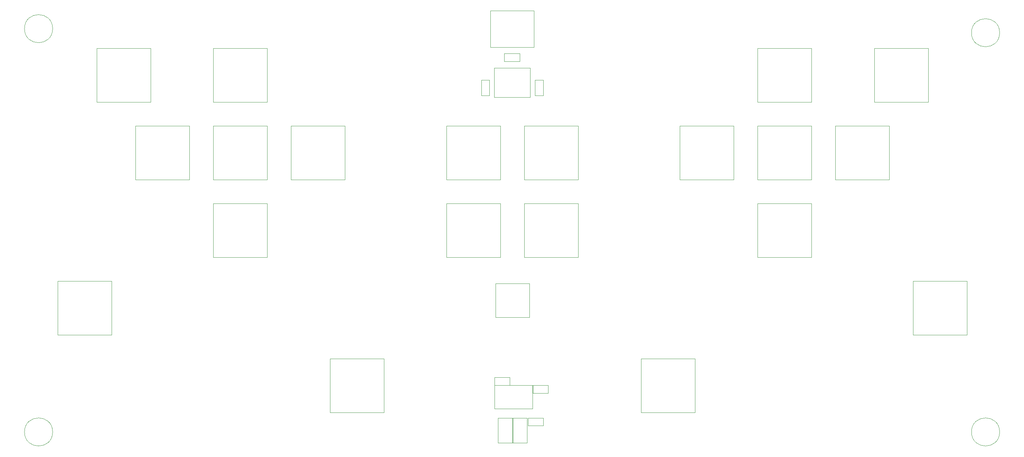
<source format=gbr>
%TF.GenerationSoftware,KiCad,Pcbnew,7.0.7*%
%TF.CreationDate,2023-10-04T19:00:40+09:00*%
%TF.ProjectId,Sixtar-Switch,53697874-6172-42d5-9377-697463682e6b,rev?*%
%TF.SameCoordinates,Original*%
%TF.FileFunction,Other,User*%
%FSLAX46Y46*%
G04 Gerber Fmt 4.6, Leading zero omitted, Abs format (unit mm)*
G04 Created by KiCad (PCBNEW 7.0.7) date 2023-10-04 19:00:40*
%MOMM*%
%LPD*%
G01*
G04 APERTURE LIST*
%ADD10C,0.050000*%
G04 APERTURE END LIST*
D10*
%TO.C,H4*%
X257450000Y-121000000D02*
G75*
G03*
X257450000Y-121000000I-3450000J0D01*
G01*
%TO.C,H3*%
X25450000Y-121000000D02*
G75*
G03*
X25450000Y-121000000I-3450000J0D01*
G01*
%TO.C,H2*%
X257450000Y-23000000D02*
G75*
G03*
X257450000Y-23000000I-3450000J0D01*
G01*
%TO.C,H1*%
X25450000Y-22000000D02*
G75*
G03*
X25450000Y-22000000I-3450000J0D01*
G01*
%TO.C,SW19*%
X93406250Y-103031875D02*
X106606250Y-103031875D01*
X93406250Y-116231875D02*
X93406250Y-103031875D01*
X106606250Y-103031875D02*
X106606250Y-116231875D01*
X106606250Y-116231875D02*
X93406250Y-116231875D01*
%TO.C,U3*%
X142220000Y-92820000D02*
X142220000Y-84580000D01*
X142220000Y-84580000D02*
X133980000Y-84580000D01*
X133980000Y-92820000D02*
X142220000Y-92820000D01*
X133980000Y-84580000D02*
X133980000Y-92820000D01*
%TO.C,RESET_SW1*%
X138095000Y-123660000D02*
X134545000Y-123660000D01*
X138095000Y-117560000D02*
X138095000Y-123660000D01*
X134545000Y-123660000D02*
X134545000Y-117560000D01*
X134545000Y-117560000D02*
X138095000Y-117560000D01*
%TO.C,SW1*%
X36256250Y-26831875D02*
X49456250Y-26831875D01*
X36256250Y-40031875D02*
X36256250Y-26831875D01*
X49456250Y-26831875D02*
X49456250Y-40031875D01*
X49456250Y-40031875D02*
X36256250Y-40031875D01*
%TO.C,SW8*%
X121981250Y-45881875D02*
X135181250Y-45881875D01*
X121981250Y-59081875D02*
X121981250Y-45881875D01*
X135181250Y-45881875D02*
X135181250Y-59081875D01*
X135181250Y-59081875D02*
X121981250Y-59081875D01*
%TO.C,SW14*%
X121981250Y-64931875D02*
X135181250Y-64931875D01*
X121981250Y-78131875D02*
X121981250Y-64931875D01*
X135181250Y-64931875D02*
X135181250Y-78131875D01*
X135181250Y-78131875D02*
X121981250Y-78131875D01*
%TO.C,C2*%
X143650000Y-38390000D02*
X143650000Y-34630000D01*
X145610000Y-38390000D02*
X143650000Y-38390000D01*
X143650000Y-34630000D02*
X145610000Y-34630000D01*
X145610000Y-34630000D02*
X145610000Y-38390000D01*
%TO.C,SW16*%
X198181250Y-64931875D02*
X211381250Y-64931875D01*
X198181250Y-78131875D02*
X198181250Y-64931875D01*
X211381250Y-64931875D02*
X211381250Y-78131875D01*
X211381250Y-78131875D02*
X198181250Y-78131875D01*
%TO.C,SW18*%
X236281250Y-83981875D02*
X249481250Y-83981875D01*
X236281250Y-97181875D02*
X236281250Y-83981875D01*
X249481250Y-83981875D02*
X249481250Y-97181875D01*
X249481250Y-97181875D02*
X236281250Y-97181875D01*
%TO.C,SW7*%
X83881250Y-45881875D02*
X97081250Y-45881875D01*
X83881250Y-59081875D02*
X83881250Y-45881875D01*
X97081250Y-45881875D02*
X97081250Y-59081875D01*
X97081250Y-59081875D02*
X83881250Y-59081875D01*
%TO.C,C4*%
X143110000Y-109540000D02*
X146870000Y-109540000D01*
X143110000Y-111500000D02*
X143110000Y-109540000D01*
X146870000Y-109540000D02*
X146870000Y-111500000D01*
X146870000Y-111500000D02*
X143110000Y-111500000D01*
%TO.C,SW3*%
X198181250Y-26831875D02*
X211381250Y-26831875D01*
X198181250Y-40031875D02*
X198181250Y-26831875D01*
X211381250Y-26831875D02*
X211381250Y-40031875D01*
X211381250Y-40031875D02*
X198181250Y-40031875D01*
%TO.C,U1*%
X142400000Y-38850000D02*
X142400000Y-31650000D01*
X142400000Y-31650000D02*
X133600000Y-31650000D01*
X133600000Y-38850000D02*
X142400000Y-38850000D01*
X133600000Y-31650000D02*
X133600000Y-38850000D01*
%TO.C,SW17*%
X26731250Y-83981875D02*
X39931250Y-83981875D01*
X26731250Y-97181875D02*
X26731250Y-83981875D01*
X39931250Y-83981875D02*
X39931250Y-97181875D01*
X39931250Y-97181875D02*
X26731250Y-97181875D01*
%TO.C,SW13*%
X64831250Y-64931875D02*
X78031250Y-64931875D01*
X64831250Y-78131875D02*
X64831250Y-64931875D01*
X78031250Y-64931875D02*
X78031250Y-78131875D01*
X78031250Y-78131875D02*
X64831250Y-78131875D01*
%TO.C,SW10*%
X179131250Y-45881875D02*
X192331250Y-45881875D01*
X179131250Y-59081875D02*
X179131250Y-45881875D01*
X192331250Y-45881875D02*
X192331250Y-59081875D01*
X192331250Y-59081875D02*
X179131250Y-59081875D01*
%TO.C,SW9*%
X141031250Y-45881875D02*
X154231250Y-45881875D01*
X141031250Y-59081875D02*
X141031250Y-45881875D01*
X154231250Y-45881875D02*
X154231250Y-59081875D01*
X154231250Y-59081875D02*
X141031250Y-59081875D01*
%TO.C,C3*%
X130520000Y-38390000D02*
X130520000Y-34630000D01*
X132480000Y-38390000D02*
X130520000Y-38390000D01*
X130520000Y-34630000D02*
X132480000Y-34630000D01*
X132480000Y-34630000D02*
X132480000Y-38390000D01*
%TO.C,U2*%
X133750000Y-109540000D02*
X133750000Y-115260000D01*
X133750000Y-115260000D02*
X143050000Y-115260000D01*
X143050000Y-109540000D02*
X133750000Y-109540000D01*
X143050000Y-115260000D02*
X143050000Y-109540000D01*
%TO.C,SW20*%
X169606250Y-103031875D02*
X182806250Y-103031875D01*
X169606250Y-116231875D02*
X169606250Y-103031875D01*
X182806250Y-103031875D02*
X182806250Y-116231875D01*
X182806250Y-116231875D02*
X169606250Y-116231875D01*
%TO.C,R9*%
X137450000Y-109500000D02*
X133750000Y-109500000D01*
X137450000Y-107600000D02*
X137450000Y-109500000D01*
X133750000Y-109500000D02*
X133750000Y-107600000D01*
X133750000Y-107600000D02*
X137450000Y-107600000D01*
%TO.C,SW2*%
X64831250Y-26831875D02*
X78031250Y-26831875D01*
X64831250Y-40031875D02*
X64831250Y-26831875D01*
X78031250Y-26831875D02*
X78031250Y-40031875D01*
X78031250Y-40031875D02*
X64831250Y-40031875D01*
%TO.C,SW11*%
X198181250Y-45881875D02*
X211381250Y-45881875D01*
X198181250Y-59081875D02*
X198181250Y-45881875D01*
X211381250Y-45881875D02*
X211381250Y-59081875D01*
X211381250Y-59081875D02*
X198181250Y-59081875D01*
%TO.C,C1*%
X136120000Y-28070000D02*
X139880000Y-28070000D01*
X136120000Y-30030000D02*
X136120000Y-28070000D01*
X139880000Y-28070000D02*
X139880000Y-30030000D01*
X139880000Y-30030000D02*
X136120000Y-30030000D01*
%TO.C,SW6*%
X64831250Y-45881875D02*
X78031250Y-45881875D01*
X64831250Y-59081875D02*
X64831250Y-45881875D01*
X78031250Y-45881875D02*
X78031250Y-59081875D01*
X78031250Y-59081875D02*
X64831250Y-59081875D01*
%TO.C,SW5*%
X45781250Y-45881875D02*
X58981250Y-45881875D01*
X45781250Y-59081875D02*
X45781250Y-45881875D01*
X58981250Y-45881875D02*
X58981250Y-59081875D01*
X58981250Y-59081875D02*
X45781250Y-59081875D01*
%TO.C,SW15*%
X141031250Y-64931875D02*
X154231250Y-64931875D01*
X141031250Y-78131875D02*
X141031250Y-64931875D01*
X154231250Y-64931875D02*
X154231250Y-78131875D01*
X154231250Y-78131875D02*
X141031250Y-78131875D01*
%TO.C,SW4*%
X226756250Y-26831875D02*
X239956250Y-26831875D01*
X226756250Y-40031875D02*
X226756250Y-26831875D01*
X239956250Y-26831875D02*
X239956250Y-40031875D01*
X239956250Y-40031875D02*
X226756250Y-40031875D01*
%TO.C,J1*%
X143320000Y-26550000D02*
X132680000Y-26550000D01*
X143320000Y-17620000D02*
X143320000Y-26550000D01*
X132680000Y-26550000D02*
X132680000Y-17620000D01*
X132680000Y-17620000D02*
X143320000Y-17620000D01*
%TO.C,BOOT_SW1*%
X141705000Y-123660000D02*
X138155000Y-123660000D01*
X141705000Y-117560000D02*
X141705000Y-123660000D01*
X138155000Y-123660000D02*
X138155000Y-117560000D01*
X138155000Y-117560000D02*
X141705000Y-117560000D01*
%TO.C,SW12*%
X217231250Y-45881875D02*
X230431250Y-45881875D01*
X217231250Y-59081875D02*
X217231250Y-45881875D01*
X230431250Y-45881875D02*
X230431250Y-59081875D01*
X230431250Y-59081875D02*
X217231250Y-59081875D01*
%TO.C,R10*%
X141950000Y-119450000D02*
X141950000Y-117550000D01*
X141950000Y-117550000D02*
X145650000Y-117550000D01*
X145650000Y-119450000D02*
X141950000Y-119450000D01*
X145650000Y-117550000D02*
X145650000Y-119450000D01*
%TD*%
M02*

</source>
